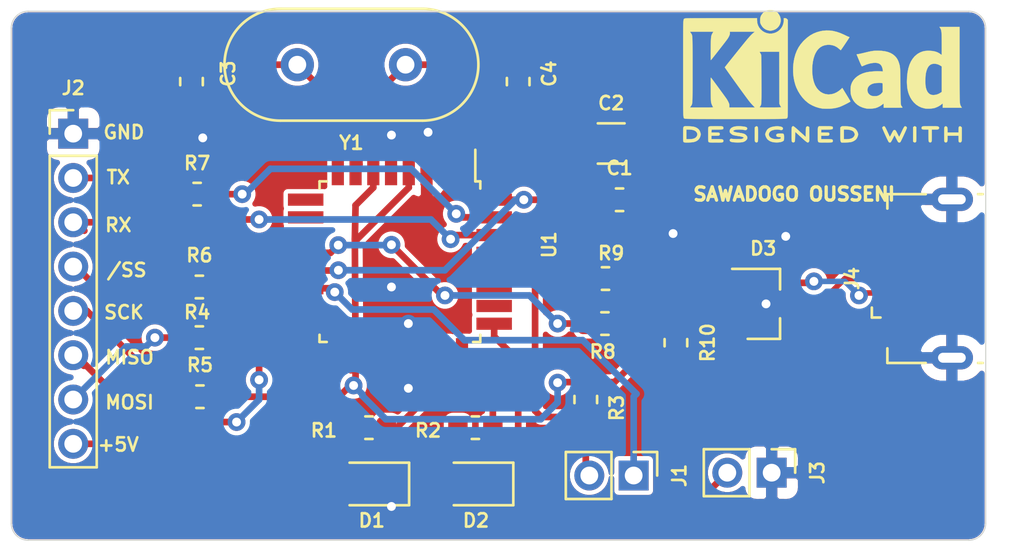
<source format=kicad_pcb>
(kicad_pcb (version 20171130) (host pcbnew "(5.1.5)-3")
  (layers (0 F.Cu signal) (31 B.Cu signal) (34 B.Paste user) (35 F.Paste user) (36 B.SilkS user) (37 F.SilkS user) (38 B.Mask user) (39 F.Mask user) (44 Edge.Cuts user))
  (net 0 "")
  (net 1 +5V)
  (net 2 GND)
  (net 3 "Net-(C3-Pad1)")
  (net 4 "Net-(C4-Pad1)")
  (net 5 "Net-(D1-Pad2)")
  (net 6 "Net-(D2-Pad2)")
  (net 7 "Net-(D3-Pad1)")
  (net 8 "Net-(J1-Pad2)")
  (net 9 "Net-(J1-Pad1)")
  (net 10 "Net-(J2-Pad7)")
  (net 11 MISO)
  (net 12 "Net-(J2-Pad5)")
  (net 13 "Net-(J2-Pad4)")
  (net 14 RXD)
  (net 15 "Net-(J3-Pad2)")
  (net 16 PC0)
  (net 17 PC1)
  (net 18 MOSI)
  (net 19 SCK)
  (net 20 TXD)
  (net 21 D-)
  (net 22 D+)
  (net 23 "Net-(J2-Pad2)")
  (net 24 "Net-(D3-Pad2)")
  (module Crystal:Crystal_HC49-4H_Vertical (layer F.Cu) (at 123.19 60.96 180)
    (fp_text reference Y1 (at 2.44 -3.525) (layer F.SilkS) (effects (font (size 0.6 0.6) (thickness 0.12))))
    (fp_text value 12Mhz)
    (pad 2 thru_hole circle (at 4.88 0 180) (size 1.5 1.5) (drill 0.8) (layers *.Cu *.Mask) (net 3 "Net-(C3-Pad1)"))
    (pad 1 thru_hole circle (at 0 0 180) (size 1.5 1.5) (drill 0.8) (layers *.Cu *.Mask) (net 4 "Net-(C4-Pad1)"))
  )
  (module Symbol:KiCad-Logo2_5mm_SilkScreen (layer F.Cu) (at 141.986 61.468)
    (fp_text reference REF** hide)
    (fp_text value KiCad-Logo2_5mm_SilkScreen hide)
  )
  (module Connector_USB:USB_Micro-B_GCT_USB3076-30-A (layer F.Cu) (at 146.628 70.612 90)
    (fp_text reference J4 (at 0 -3.3 90) (layer F.SilkS) (effects (font (size 0.6 0.6) (thickness 0.12))))
    (fp_text value USB_B_Mini)
    (pad 6 smd rect (at -2.32 -1.03 90) (size 1.15 1.45) (layers F.Cu F.Paste F.Mask) (net 2 GND))
    (pad 6 smd rect (at 2.32 -1.03 90) (size 1.15 1.45) (layers F.Cu F.Paste F.Mask) (net 2 GND))
    (pad 6 thru_hole oval (at 3.575 1.2 90) (size 1.05 1.9) (drill oval 0.45 1.25) (layers *.Cu *.Mask) (net 2 GND))
    (pad 6 thru_hole oval (at -3.575 1.2 270) (size 1.05 1.9) (drill oval 0.45 1.25) (layers *.Cu *.Mask) (net 2 GND))
    (pad 6 smd rect (at -1.125 1.2 90) (size 1.75 1.9) (layers F.Cu F.Paste F.Mask) (net 2 GND))
    (pad 3 smd rect (at 0 -1.45 90) (size 0.4 1.4) (layers F.Cu F.Paste F.Mask) (net 24 "Net-(D3-Pad2)"))
    (pad 4 smd rect (at 0.65 -1.45 90) (size 0.4 1.4) (layers F.Cu F.Paste F.Mask))
    (pad 5 smd rect (at 1.3 -1.45 90) (size 0.4 1.4) (layers F.Cu F.Paste F.Mask) (net 2 GND))
    (pad 1 smd rect (at -1.3 -1.45 90) (size 0.4 1.4) (layers F.Cu F.Paste F.Mask) (net 1 +5V))
    (pad 2 smd rect (at -0.65 -1.45 90) (size 0.4 1.4) (layers F.Cu F.Paste F.Mask) (net 7 "Net-(D3-Pad1)"))
    (pad 6 smd rect (at 1.125 1.2 90) (size 1.75 1.9) (layers F.Cu F.Paste F.Mask) (net 2 GND))
  )
  (module Package_QFP:TQFP-32_7x7mm_P0.8mm (layer F.Cu) (at 122.936 69.85 270)
    (fp_text reference U1 (at -0.762 -6.731 90) (layer F.SilkS) (effects (font (size 0.6 0.6) (thickness 0.12))))
    (fp_text value ATmega8-16AU)
    (pad 32 smd rect (at -2.8 -4.25) (size 1.6 0.55) (layers F.Cu F.Paste F.Mask) (net 22 D+))
    (pad 31 smd rect (at -2 -4.25) (size 1.6 0.55) (layers F.Cu F.Paste F.Mask) (net 20 TXD))
    (pad 30 smd rect (at -1.2 -4.25) (size 1.6 0.55) (layers F.Cu F.Paste F.Mask) (net 14 RXD))
    (pad 29 smd rect (at -0.4 -4.25) (size 1.6 0.55) (layers F.Cu F.Paste F.Mask) (net 8 "Net-(J1-Pad2)"))
    (pad 28 smd rect (at 0.4 -4.25) (size 1.6 0.55) (layers F.Cu F.Paste F.Mask))
    (pad 27 smd rect (at 1.2 -4.25) (size 1.6 0.55) (layers F.Cu F.Paste F.Mask))
    (pad 26 smd rect (at 2 -4.25) (size 1.6 0.55) (layers F.Cu F.Paste F.Mask))
    (pad 25 smd rect (at 2.8 -4.25) (size 1.6 0.55) (layers F.Cu F.Paste F.Mask) (net 15 "Net-(J3-Pad2)"))
    (pad 24 smd rect (at 4.25 -2.8 270) (size 1.6 0.55) (layers F.Cu F.Paste F.Mask) (net 17 PC1))
    (pad 23 smd rect (at 4.25 -2 270) (size 1.6 0.55) (layers F.Cu F.Paste F.Mask) (net 16 PC0))
    (pad 22 smd rect (at 4.25 -1.2 270) (size 1.6 0.55) (layers F.Cu F.Paste F.Mask))
    (pad 21 smd rect (at 4.25 -0.4 270) (size 1.6 0.55) (layers F.Cu F.Paste F.Mask) (net 2 GND))
    (pad 20 smd rect (at 4.25 0.4 270) (size 1.6 0.55) (layers F.Cu F.Paste F.Mask))
    (pad 19 smd rect (at 4.25 1.2 270) (size 1.6 0.55) (layers F.Cu F.Paste F.Mask))
    (pad 18 smd rect (at 4.25 2 270) (size 1.6 0.55) (layers F.Cu F.Paste F.Mask) (net 1 +5V))
    (pad 17 smd rect (at 4.25 2.8 270) (size 1.6 0.55) (layers F.Cu F.Paste F.Mask) (net 19 SCK))
    (pad 16 smd rect (at 2.8 4.25) (size 1.6 0.55) (layers F.Cu F.Paste F.Mask) (net 11 MISO))
    (pad 15 smd rect (at 2 4.25) (size 1.6 0.55) (layers F.Cu F.Paste F.Mask) (net 18 MOSI))
    (pad 14 smd rect (at 1.2 4.25) (size 1.6 0.55) (layers F.Cu F.Paste F.Mask) (net 9 "Net-(J1-Pad1)"))
    (pad 13 smd rect (at 0.4 4.25) (size 1.6 0.55) (layers F.Cu F.Paste F.Mask) (net 22 D+))
    (pad 12 smd rect (at -0.4 4.25) (size 1.6 0.55) (layers F.Cu F.Paste F.Mask) (net 21 D-))
    (pad 11 smd rect (at -1.2 4.25) (size 1.6 0.55) (layers F.Cu F.Paste F.Mask))
    (pad 10 smd rect (at -2 4.25) (size 1.6 0.55) (layers F.Cu F.Paste F.Mask))
    (pad 9 smd rect (at -2.8 4.25) (size 1.6 0.55) (layers F.Cu F.Paste F.Mask))
    (pad 8 smd rect (at -4.25 2.8 270) (size 1.6 0.55) (layers F.Cu F.Paste F.Mask) (net 3 "Net-(C3-Pad1)"))
    (pad 7 smd rect (at -4.25 2 270) (size 1.6 0.55) (layers F.Cu F.Paste F.Mask) (net 4 "Net-(C4-Pad1)"))
    (pad 6 smd rect (at -4.25 1.2 270) (size 1.6 0.55) (layers F.Cu F.Paste F.Mask) (net 1 +5V))
    (pad 5 smd rect (at -4.25 0.4 270) (size 1.6 0.55) (layers F.Cu F.Paste F.Mask) (net 2 GND))
    (pad 4 smd rect (at -4.25 -0.4 270) (size 1.6 0.55) (layers F.Cu F.Paste F.Mask) (net 1 +5V))
    (pad 3 smd rect (at -4.25 -1.2 270) (size 1.6 0.55) (layers F.Cu F.Paste F.Mask) (net 2 GND))
    (pad 2 smd rect (at -4.25 -2 270) (size 1.6 0.55) (layers F.Cu F.Paste F.Mask))
    (pad 1 smd rect (at -4.25 -2.8 270) (size 1.6 0.55) (layers F.Cu F.Paste F.Mask))
  )
  (module Resistor_SMD:R_0603_1608Metric (layer F.Cu) (at 132.207 70.612)
    (fp_text reference R9 (at 0.254 -1.143) (layer F.SilkS) (effects (font (size 0.6 0.6) (thickness 0.12))))
    (fp_text value 68)
    (pad 2 smd roundrect (at 0.7875 0) (size 0.875 0.95) (layers F.Cu F.Paste F.Mask) (net 7 "Net-(D3-Pad1)"))
    (pad 1 smd roundrect (at -0.7875 0) (size 0.875 0.95) (layers F.Cu F.Paste F.Mask) (net 22 D+))
  )
  (module Resistor_SMD:R_0603_1608Metric (layer F.Cu) (at 132.1815 72.644)
    (fp_text reference R8 (at -0.1015 1.27) (layer F.SilkS) (effects (font (size 0.6 0.6) (thickness 0.12))))
    (fp_text value 68)
    (pad 2 smd roundrect (at 0.7875 0) (size 0.875 0.95) (layers F.Cu F.Paste F.Mask) (net 24 "Net-(D3-Pad2)"))
    (pad 1 smd roundrect (at -0.7875 0) (size 0.875 0.95) (layers F.Cu F.Paste F.Mask) (net 21 D-))
  )
  (module Resistor_SMD:R_0603_1608Metric (layer F.Cu) (at 113.792 66.802)
    (fp_text reference R7 (at 0 -1.397) (layer F.SilkS) (effects (font (size 0.6 0.6) (thickness 0.12))))
    (fp_text value 270)
    (pad 2 smd roundrect (at 0.7875 0) (size 0.875 0.95) (layers F.Cu F.Paste F.Mask) (net 20 TXD))
    (pad 1 smd roundrect (at -0.7875 0) (size 0.875 0.95) (layers F.Cu F.Paste F.Mask) (net 23 "Net-(J2-Pad2)"))
  )
  (module Resistor_SMD:R_0603_1608Metric (layer F.Cu) (at 113.8935 70.993)
    (fp_text reference R6 (at 0 -1.43) (layer F.SilkS) (effects (font (size 0.6 0.6) (thickness 0.12))))
    (fp_text value 270)
    (pad 2 smd roundrect (at 0.7875 0) (size 0.875 0.95) (layers F.Cu F.Paste F.Mask) (net 9 "Net-(J1-Pad1)"))
    (pad 1 smd roundrect (at -0.7875 0) (size 0.875 0.95) (layers F.Cu F.Paste F.Mask) (net 13 "Net-(J2-Pad4)"))
  )
  (module Resistor_SMD:R_0603_1608Metric (layer F.Cu) (at 113.919 75.946)
    (fp_text reference R5 (at 0 -1.43) (layer F.SilkS) (effects (font (size 0.6 0.6) (thickness 0.12))))
    (fp_text value 270)
    (pad 2 smd roundrect (at 0.7875 0) (size 0.875 0.95) (layers F.Cu F.Paste F.Mask) (net 19 SCK))
    (pad 1 smd roundrect (at -0.7875 0) (size 0.875 0.95) (layers F.Cu F.Paste F.Mask) (net 12 "Net-(J2-Pad5)"))
  )
  (module Resistor_SMD:R_0603_1608Metric (layer F.Cu) (at 113.8935 73.279)
    (fp_text reference R4 (at -0.1015 -1.143) (layer F.SilkS) (effects (font (size 0.6 0.6) (thickness 0.12))))
    (fp_text value 270)
    (pad 2 smd roundrect (at 0.7875 0) (size 0.875 0.95) (layers F.Cu F.Paste F.Mask) (net 18 MOSI))
    (pad 1 smd roundrect (at -0.7875 0) (size 0.875 0.95) (layers F.Cu F.Paste F.Mask) (net 10 "Net-(J2-Pad7)"))
  )
  (module Resistor_SMD:R_0603_1608Metric (layer F.Cu) (at 131.318 76.073 270)
    (fp_text reference R3 (at 0.381 -1.397 90) (layer F.SilkS) (effects (font (size 0.6 0.6) (thickness 0.12))))
    (fp_text value R)
    (pad 2 smd roundrect (at 0.7875 0 270) (size 0.875 0.95) (layers F.Cu F.Paste F.Mask) (net 8 "Net-(J1-Pad2)"))
    (pad 1 smd roundrect (at -0.7875 0 270) (size 0.875 0.95) (layers F.Cu F.Paste F.Mask) (net 1 +5V))
  )
  (module Resistor_SMD:R_0603_1608Metric (layer F.Cu) (at 126.3395 77.343)
    (fp_text reference R2 (at -2.1335 0.127) (layer F.SilkS) (effects (font (size 0.6 0.6) (thickness 0.12))))
    (fp_text value 1K)
    (pad 2 smd roundrect (at 0.7875 0) (size 0.875 0.95) (layers F.Cu F.Paste F.Mask) (net 17 PC1))
    (pad 1 smd roundrect (at -0.7875 0) (size 0.875 0.95) (layers F.Cu F.Paste F.Mask) (net 6 "Net-(D2-Pad2)"))
  )
  (module Resistor_SMD:R_0603_1608Metric (layer F.Cu) (at 121.539 77.343)
    (fp_text reference R1 (at -2.032 0.127) (layer F.SilkS) (effects (font (size 0.6 0.6) (thickness 0.12))))
    (fp_text value 1K)
    (pad 2 smd roundrect (at 0.7875 0) (size 0.875 0.95) (layers F.Cu F.Paste F.Mask) (net 16 PC0))
    (pad 1 smd roundrect (at -0.7875 0) (size 0.875 0.95) (layers F.Cu F.Paste F.Mask) (net 5 "Net-(D1-Pad2)"))
  )
  (module Connector_PinHeader_2.00mm:PinHeader_1x02_P2.00mm_Vertical (layer F.Cu) (at 139.7 79.375 270)
    (fp_text reference J3 (at 0 -2.06 90) (layer F.SilkS) (effects (font (size 0.6 0.6) (thickness 0.12))))
    (fp_text value Conn_01x02_Male)
    (pad 2 thru_hole oval (at 0 2 270) (size 1.35 1.35) (drill 0.8) (layers *.Cu *.Mask) (net 15 "Net-(J3-Pad2)"))
    (pad 1 thru_hole rect (at 0 0 270) (size 1.35 1.35) (drill 0.8) (layers *.Cu *.Mask) (net 2 GND))
  )
  (module Connector_PinHeader_2.00mm:PinHeader_1x08_P2.00mm_Vertical (layer F.Cu) (at 108.204 64.072)
    (fp_text reference J2 (at 0 -2.06) (layer F.SilkS) (effects (font (size 0.6 0.6) (thickness 0.12))))
    (fp_text value Conn_01x08_Male)
    (pad 8 thru_hole oval (at 0 14) (size 1.35 1.35) (drill 0.8) (layers *.Cu *.Mask) (net 1 +5V))
    (pad 7 thru_hole oval (at 0 12) (size 1.35 1.35) (drill 0.8) (layers *.Cu *.Mask) (net 10 "Net-(J2-Pad7)"))
    (pad 6 thru_hole oval (at 0 10) (size 1.35 1.35) (drill 0.8) (layers *.Cu *.Mask) (net 11 MISO))
    (pad 5 thru_hole oval (at 0 8) (size 1.35 1.35) (drill 0.8) (layers *.Cu *.Mask) (net 12 "Net-(J2-Pad5)"))
    (pad 4 thru_hole oval (at 0 6) (size 1.35 1.35) (drill 0.8) (layers *.Cu *.Mask) (net 13 "Net-(J2-Pad4)"))
    (pad 3 thru_hole oval (at 0 4) (size 1.35 1.35) (drill 0.8) (layers *.Cu *.Mask) (net 14 RXD))
    (pad 2 thru_hole oval (at 0 2) (size 1.35 1.35) (drill 0.8) (layers *.Cu *.Mask) (net 23 "Net-(J2-Pad2)"))
    (pad 1 thru_hole rect (at 0 0) (size 1.35 1.35) (drill 0.8) (layers *.Cu *.Mask) (net 2 GND))
  )
  (module Connector_PinHeader_2.00mm:PinHeader_1x02_P2.00mm_Vertical (layer F.Cu) (at 133.477 79.502 270)
    (fp_text reference J1 (at 0 -2.06 90) (layer F.SilkS) (effects (font (size 0.6 0.6) (thickness 0.12))))
    (fp_text value Conn_01x02_Male)
    (pad 2 thru_hole oval (at 0 2 270) (size 1.35 1.35) (drill 0.8) (layers *.Cu *.Mask) (net 8 "Net-(J1-Pad2)"))
    (pad 1 thru_hole rect (at 0 0 270) (size 1.35 1.35) (drill 0.8) (layers *.Cu *.Mask) (net 9 "Net-(J1-Pad1)"))
  )
  (module Package_TO_SOT_SMD:SOT-23 (layer F.Cu) (at 139.319 71.755)
    (fp_text reference D3 (at 0 -2.5) (layer F.SilkS) (effects (font (size 0.6 0.6) (thickness 0.12))))
    (fp_text value SP0502BAHT)
    (pad 3 smd rect (at 1 0) (size 0.9 0.8) (layers F.Cu F.Paste F.Mask) (net 2 GND))
    (pad 2 smd rect (at -1 0.95) (size 0.9 0.8) (layers F.Cu F.Paste F.Mask) (net 24 "Net-(D3-Pad2)"))
    (pad 1 smd rect (at -1 -0.95) (size 0.9 0.8) (layers F.Cu F.Paste F.Mask) (net 7 "Net-(D3-Pad1)"))
  )
  (module LED_SMD:LED_0805_2012Metric (layer F.Cu) (at 126.365 79.883 180)
    (fp_text reference D2 (at 0 -1.65) (layer F.SilkS) (effects (font (size 0.6 0.6) (thickness 0.12))))
    (fp_text value RED)
    (pad 2 smd roundrect (at 0.9375 0 180) (size 0.975 1.4) (layers F.Cu F.Paste F.Mask) (net 6 "Net-(D2-Pad2)"))
    (pad 1 smd roundrect (at -0.9375 0 180) (size 0.975 1.4) (layers F.Cu F.Paste F.Mask) (net 2 GND))
  )
  (module LED_SMD:LED_0805_2012Metric (layer F.Cu) (at 121.666 79.883 180)
    (fp_text reference D1 (at 0 -1.65) (layer F.SilkS) (effects (font (size 0.6 0.6) (thickness 0.12))))
    (fp_text value GREEN)
    (pad 2 smd roundrect (at 0.9375 0 180) (size 0.975 1.4) (layers F.Cu F.Paste F.Mask) (net 5 "Net-(D1-Pad2)"))
    (pad 1 smd roundrect (at -0.9375 0 180) (size 0.975 1.4) (layers F.Cu F.Paste F.Mask) (net 2 GND))
  )
  (module Capacitor_SMD:C_0603_1608Metric (layer F.Cu) (at 128.27 61.722 270)
    (fp_text reference C4 (at -0.3555 -1.397 90) (layer F.SilkS) (effects (font (size 0.6 0.6) (thickness 0.12))))
    (fp_text value 22pf)
    (pad 2 smd roundrect (at 0.7875 0 270) (size 0.875 0.95) (layers F.Cu F.Paste F.Mask) (net 2 GND))
    (pad 1 smd roundrect (at -0.7875 0 270) (size 0.875 0.95) (layers F.Cu F.Paste F.Mask) (net 4 "Net-(C4-Pad1)"))
  )
  (module Capacitor_SMD:C_0603_1608Metric (layer F.Cu) (at 113.538 61.722 270)
    (fp_text reference C3 (at -0.3555 -1.651 90) (layer F.SilkS) (effects (font (size 0.6 0.6) (thickness 0.12))))
    (fp_text value 22pf)
    (pad 2 smd roundrect (at 0.7875 0 270) (size 0.875 0.95) (layers F.Cu F.Paste F.Mask) (net 2 GND))
    (pad 1 smd roundrect (at -0.7875 0 270) (size 0.875 0.95) (layers F.Cu F.Paste F.Mask) (net 3 "Net-(C3-Pad1)"))
  )
  (module Capacitor_SMD:C_1206_3216Metric (layer F.Cu) (at 132.464 64.516)
    (fp_text reference C2 (at 0 -1.82) (layer F.SilkS) (effects (font (size 0.6 0.6) (thickness 0.12))))
    (fp_text value 4.7u)
    (pad 2 smd roundrect (at 1.4 0) (size 1.25 1.75) (layers F.Cu F.Paste F.Mask) (roundrect_rratio 0.2) (net 2 GND))
    (pad 1 smd roundrect (at -1.4 0) (size 1.25 1.75) (layers F.Cu F.Paste F.Mask) (roundrect_rratio 0.2) (net 1 +5V))
  )
  (module Capacitor_SMD:C_0603_1608Metric (layer F.Cu) (at 132.842 67.056)
    (fp_text reference C1 (at 0 -1.43) (layer F.SilkS) (effects (font (size 0.6 0.6) (thickness 0.12))))
    (fp_text value 100n)
    (pad 2 smd roundrect (at 0.7875 0) (size 0.875 0.95) (layers F.Cu F.Paste F.Mask) (net 2 GND))
    (pad 1 smd roundrect (at -0.7875 0) (size 0.875 0.95) (layers F.Cu F.Paste F.Mask) (net 1 +5V))
  )
  (module Resistor_SMD:R_0603_1608Metric (layer F.Cu) (at 135.382 73.5075 270)
    (fp_text reference R10 (at 0 -1.43 90) (layer F.SilkS) (effects (font (size 0.6 0.6) (thickness 0.12))))
    (fp_text value 2K2)
    (pad 2 smd roundrect (at 0.7875 0 270) (size 0.875 0.95) (layers F.Cu F.Paste F.Mask) (net 1 +5V))
    (pad 1 smd roundrect (at -0.7875 0 270) (size 0.875 0.95) (layers F.Cu F.Paste F.Mask) (net 24 "Net-(D3-Pad2)"))
  )
  (gr_text "SAWADOGO OUSSENI" (at 140.716 66.802) (layer F.SilkS) (effects (font (size 0.6 0.6))))
  (gr_text +5V (at 110.236 78.105) (layer F.SilkS) (effects (font (size 0.6 0.6) (thickness 0.12))))
  (gr_text MOSI (at 110.744 76.2) (layer F.SilkS) (effects (font (size 0.6 0.6) (thickness 0.12))))
  (gr_text MISO (at 110.744 74.168) (layer F.SilkS) (effects (font (size 0.6 0.6) (thickness 0.12))))
  (gr_text SCK (at 110.49 72.136) (layer F.SilkS) (effects (font (size 0.6 0.6) (thickness 0.12))))
  (gr_text /SS (at 110.617 70.231) (layer F.SilkS) (effects (font (size 0.6 0.6) (thickness 0.12))))
  (gr_text RX (at 110.236 68.199) (layer F.SilkS) (effects (font (size 0.6 0.6) (thickness 0.12))))
  (gr_text TX (at 110.236 66.04) (layer F.SilkS) (effects (font (size 0.6 0.6) (thickness 0.12))))
  (gr_text GND (at 110.49 64.008) (layer F.SilkS) (effects (font (size 0.6 0.6) (thickness 0.12))))
  (gr_arc (start 106.172 81.661) (end 105.41 81.661) (angle -90) (layer Edge.Cuts) (width 0.05))
  (gr_arc (start 106.172 59.309) (end 106.172 58.547) (angle -90) (layer Edge.Cuts) (width 0.05))
  (gr_arc (start 148.59 59.309) (end 149.352 59.309) (angle -90) (layer Edge.Cuts) (width 0.05))
  (gr_arc (start 148.59 81.661) (end 148.59 82.423) (angle -90) (layer Edge.Cuts) (width 0.05))
  (gr_line (start 105.41 81.661) (end 105.41 59.309) (layer Edge.Cuts) (width 0.05))
  (gr_line (start 148.59 82.423) (end 106.172 82.423) (layer Edge.Cuts) (width 0.05))
  (gr_line (start 149.352 59.309) (end 149.352 81.661) (layer Edge.Cuts) (width 0.05))
  (gr_line (start 106.172 58.547) (end 148.59 58.547) (layer Edge.Cuts) (width 0.05))
  (segment (start 120.936 74.1) (end 120.936 75.2) (width 0.3) (layer F.Cu) (net 1))
  (segment (start 118.064 78.072) (end 108.32501 78.072) (width 0.3) (layer F.Cu) (net 1))
  (segment (start 120.936 75.2) (end 118.064 78.072) (width 0.3) (layer F.Cu) (net 1))
  (segment (start 121.736 66.505002) (end 121.736 65.6) (width 0.3) (layer F.Cu) (net 1))
  (segment (start 120.936 67.305002) (end 121.736 66.505002) (width 0.3) (layer F.Cu) (net 1))
  (segment (start 121.007002 68.834) (end 120.904 68.834) (width 0.3) (layer F.Cu) (net 1))
  (segment (start 123.336 66.505002) (end 121.007002 68.834) (width 0.3) (layer F.Cu) (net 1))
  (segment (start 123.336 65.6) (end 123.336 66.505002) (width 0.3) (layer F.Cu) (net 1))
  (segment (start 120.936 74.1) (end 120.904 68.834) (width 0.3) (layer F.Cu) (net 1))
  (segment (start 120.904 68.834) (end 120.936 67.305002) (width 0.3) (layer F.Cu) (net 1))
  (segment (start 131.318 75.2855) (end 132.6135 75.2855) (width 0.3) (layer F.Cu) (net 1))
  (segment (start 133.604 74.295) (end 135.382 74.295) (width 0.3) (layer F.Cu) (net 1))
  (segment (start 132.6135 75.2855) (end 133.604 74.295) (width 0.3) (layer F.Cu) (net 1))
  (via (at 130.048 75.311) (size 0.8) (drill 0.4) (layers F.Cu B.Cu) (net 1))
  (via (at 120.847273 75.437889) (size 0.8) (drill 0.4) (layers F.Cu B.Cu) (net 1))
  (segment (start 130.0735 75.2855) (end 130.048 75.311) (width 0.3) (layer F.Cu) (net 1))
  (segment (start 131.318 75.2855) (end 130.0735 75.2855) (width 0.3) (layer F.Cu) (net 1))
  (segment (start 121.247272 75.837888) (end 121.247272 75.908272) (width 0.3) (layer B.Cu) (net 1))
  (segment (start 120.847273 75.437889) (end 121.247272 75.837888) (width 0.3) (layer B.Cu) (net 1))
  (segment (start 121.247272 75.908272) (end 122.301 76.962) (width 0.3) (layer B.Cu) (net 1))
  (segment (start 122.301 76.962) (end 129.286 76.962) (width 0.3) (layer B.Cu) (net 1))
  (segment (start 130.048 76.2) (end 130.048 75.311) (width 0.3) (layer B.Cu) (net 1))
  (segment (start 129.286 76.962) (end 130.048 76.2) (width 0.3) (layer B.Cu) (net 1))
  (segment (start 135.857 74.295) (end 135.382 74.295) (width 0.25) (layer F.Cu) (net 1))
  (segment (start 141.845 74.295) (end 135.857 74.295) (width 0.25) (layer F.Cu) (net 1))
  (segment (start 144.228 71.912) (end 141.845 74.295) (width 0.25) (layer F.Cu) (net 1))
  (segment (start 145.178 71.912) (end 144.228 71.912) (width 0.25) (layer F.Cu) (net 1))
  (segment (start 132.0545 64.8815) (end 132.0545 66.581) (width 0.3) (layer F.Cu) (net 1))
  (segment (start 131.689 64.516) (end 132.0545 64.8815) (width 0.3) (layer F.Cu) (net 1))
  (segment (start 132.0545 66.581) (end 132.0545 67.056) (width 0.3) (layer F.Cu) (net 1))
  (segment (start 131.064 64.516) (end 131.689 64.516) (width 0.3) (layer F.Cu) (net 1))
  (segment (start 130.439 64.516) (end 129.677 63.754) (width 0.3) (layer F.Cu) (net 1))
  (segment (start 131.064 64.516) (end 130.439 64.516) (width 0.3) (layer F.Cu) (net 1))
  (segment (start 123.336 64.5) (end 123.336 65.6) (width 0.3) (layer F.Cu) (net 1))
  (segment (start 123.336 63.767998) (end 123.336 64.5) (width 0.3) (layer F.Cu) (net 1))
  (segment (start 124.566001 63.257999) (end 123.845999 63.257999) (width 0.3) (layer F.Cu) (net 1))
  (segment (start 125.062002 63.754) (end 124.566001 63.257999) (width 0.3) (layer F.Cu) (net 1))
  (segment (start 123.845999 63.257999) (end 123.336 63.767998) (width 0.3) (layer F.Cu) (net 1))
  (segment (start 129.677 63.754) (end 125.062002 63.754) (width 0.3) (layer F.Cu) (net 1))
  (via (at 139.446 71.755) (size 0.8) (drill 0.4) (layers F.Cu B.Cu) (net 2))
  (via (at 123.317 72.644) (size 0.8) (drill 0.4) (layers F.Cu B.Cu) (net 2))
  (via (at 122.555 80.899) (size 0.8) (drill 0.4) (layers F.Cu B.Cu) (net 2))
  (segment (start 123.336 72.663) (end 123.317 72.644) (width 0.3) (layer F.Cu) (net 2))
  (segment (start 123.336 74.1) (end 123.336 72.663) (width 0.3) (layer F.Cu) (net 2))
  (via (at 122.555 64.135) (size 0.8) (drill 0.4) (layers F.Cu B.Cu) (net 2))
  (via (at 124.206 64.008) (size 0.8) (drill 0.4) (layers F.Cu B.Cu) (net 2))
  (segment (start 124.136 64.078) (end 124.206 64.008) (width 0.3) (layer F.Cu) (net 2))
  (segment (start 124.136 65.6) (end 124.136 64.078) (width 0.3) (layer F.Cu) (net 2))
  (via (at 140.335 68.707) (size 0.8) (drill 0.4) (layers F.Cu B.Cu) (net 2))
  (via (at 135.255 68.58) (size 0.8) (drill 0.4) (layers F.Cu B.Cu) (net 2))
  (via (at 122.555 70.993) (size 0.8) (drill 0.4) (layers F.Cu B.Cu) (net 2))
  (segment (start 122.536 64.154) (end 122.555 64.135) (width 0.3) (layer F.Cu) (net 2))
  (segment (start 122.536 65.6) (end 122.536 64.154) (width 0.3) (layer F.Cu) (net 2))
  (via (at 114.046 64.262) (size 0.8) (drill 0.4) (layers F.Cu B.Cu) (net 2))
  (via (at 123.317 75.565) (size 0.8) (drill 0.4) (layers F.Cu B.Cu) (net 2))
  (segment (start 123.317 74.119) (end 123.336 74.1) (width 0.3) (layer F.Cu) (net 2))
  (segment (start 123.317 75.565) (end 123.317 74.119) (width 0.3) (layer F.Cu) (net 2))
  (segment (start 145.178 68.712) (end 145.598 68.292) (width 0.25) (layer F.Cu) (net 2))
  (segment (start 145.178 69.312) (end 145.178 68.712) (width 0.25) (layer F.Cu) (net 2))
  (segment (start 120.136 62.786) (end 118.31 60.96) (width 0.3) (layer F.Cu) (net 3))
  (segment (start 120.136 65.6) (end 120.136 62.786) (width 0.3) (layer F.Cu) (net 3))
  (segment (start 113.5635 60.96) (end 113.538 60.9345) (width 0.3) (layer F.Cu) (net 3))
  (segment (start 118.31 60.96) (end 113.5635 60.96) (width 0.3) (layer F.Cu) (net 3))
  (segment (start 122.440001 61.709999) (end 123.19 60.96) (width 0.3) (layer F.Cu) (net 4))
  (segment (start 121.110999 65.461001) (end 121.110999 63.039001) (width 0.3) (layer F.Cu) (net 4))
  (segment (start 120.972 65.6) (end 121.110999 65.461001) (width 0.3) (layer F.Cu) (net 4))
  (segment (start 121.110999 63.039001) (end 122.440001 61.709999) (width 0.3) (layer F.Cu) (net 4))
  (segment (start 120.936 65.6) (end 120.972 65.6) (width 0.3) (layer F.Cu) (net 4))
  (segment (start 128.2445 60.96) (end 128.27 60.9345) (width 0.3) (layer F.Cu) (net 4))
  (segment (start 123.19 60.96) (end 128.2445 60.96) (width 0.3) (layer F.Cu) (net 4))
  (segment (start 120.7285 77.366) (end 120.7515 77.343) (width 0.3) (layer F.Cu) (net 5))
  (segment (start 120.7285 79.883) (end 120.7285 77.366) (width 0.3) (layer F.Cu) (net 5))
  (segment (start 125.4275 77.4675) (end 125.552 77.343) (width 0.3) (layer F.Cu) (net 6))
  (segment (start 125.4275 79.883) (end 125.4275 77.4675) (width 0.3) (layer F.Cu) (net 6))
  (segment (start 138.126 70.612) (end 138.319 70.805) (width 0.3) (layer F.Cu) (net 7))
  (segment (start 132.893 70.612) (end 138.126 70.612) (width 0.3) (layer F.Cu) (net 7))
  (via (at 141.605 70.739) (size 0.8) (drill 0.4) (layers F.Cu B.Cu) (net 7))
  (via (at 143.637 71.374) (size 0.8) (drill 0.4) (layers F.Cu B.Cu) (net 7))
  (segment (start 141.539 70.805) (end 141.605 70.739) (width 0.3) (layer F.Cu) (net 7))
  (segment (start 138.319 70.805) (end 141.539 70.805) (width 0.3) (layer F.Cu) (net 7))
  (segment (start 143.749 71.262) (end 143.637 71.374) (width 0.25) (layer F.Cu) (net 7))
  (segment (start 145.178 71.262) (end 143.749 71.262) (width 0.25) (layer F.Cu) (net 7))
  (segment (start 143.002 70.739) (end 143.637 71.374) (width 0.25) (layer B.Cu) (net 7))
  (segment (start 141.605 70.739) (end 143.002 70.739) (width 0.25) (layer B.Cu) (net 7))
  (segment (start 128.286 69.45) (end 129.032 70.196) (width 0.3) (layer F.Cu) (net 8))
  (segment (start 127.186 69.45) (end 128.286 69.45) (width 0.3) (layer F.Cu) (net 8))
  (segment (start 131.318 79.343) (end 131.477 79.502) (width 0.3) (layer F.Cu) (net 8))
  (segment (start 131.318 76.8605) (end 131.318 79.343) (width 0.3) (layer F.Cu) (net 8))
  (segment (start 129.032 70.196) (end 129.032 76.581) (width 0.3) (layer F.Cu) (net 8))
  (segment (start 129.3115 76.8605) (end 131.318 76.8605) (width 0.3) (layer F.Cu) (net 8))
  (segment (start 129.032 76.581) (end 129.3115 76.8605) (width 0.3) (layer F.Cu) (net 8))
  (segment (start 114.738 71.05) (end 114.681 70.993) (width 0.3) (layer F.Cu) (net 9))
  (segment (start 118.686 71.05) (end 114.738 71.05) (width 0.3) (layer F.Cu) (net 9))
  (via (at 119.997832 71.222832) (size 0.8) (drill 0.4) (layers F.Cu B.Cu) (net 9))
  (segment (start 118.686 71.05) (end 119.825 71.05) (width 0.3) (layer F.Cu) (net 9))
  (segment (start 119.825 71.05) (end 119.997832 71.222832) (width 0.3) (layer F.Cu) (net 9))
  (segment (start 119.997832 71.222832) (end 120.784 72.009) (width 0.3) (layer B.Cu) (net 9))
  (segment (start 120.784 72.009) (end 124.46 72.009) (width 0.3) (layer B.Cu) (net 9))
  (segment (start 125.845001 73.394001) (end 131.179001 73.394001) (width 0.3) (layer B.Cu) (net 9))
  (segment (start 124.46 72.009) (end 125.845001 73.394001) (width 0.3) (layer B.Cu) (net 9))
  (segment (start 131.179001 73.394001) (end 133.604 75.819) (width 0.3) (layer B.Cu) (net 9))
  (segment (start 133.477 75.946) (end 133.477 79.502) (width 0.3) (layer B.Cu) (net 9))
  (segment (start 133.604 75.819) (end 133.477 75.946) (width 0.3) (layer B.Cu) (net 9))
  (via (at 111.887 73.279) (size 0.8) (drill 0.4) (layers F.Cu B.Cu) (net 10))
  (segment (start 113.106 73.279) (end 111.887 73.279) (width 0.3) (layer F.Cu) (net 10))
  (segment (start 110.597001 73.678999) (end 108.32501 75.95099) (width 0.3) (layer B.Cu) (net 10))
  (segment (start 111.887 73.279) (end 111.487001 73.678999) (width 0.3) (layer B.Cu) (net 10))
  (segment (start 108.32501 75.95099) (end 108.32501 76.072) (width 0.3) (layer B.Cu) (net 10))
  (segment (start 111.487001 73.678999) (end 110.597001 73.678999) (width 0.3) (layer B.Cu) (net 10))
  (segment (start 108.32501 74.19301) (end 108.32501 74.072) (width 0.3) (layer F.Cu) (net 11))
  (segment (start 108.681 74.549) (end 108.32501 74.19301) (width 0.3) (layer F.Cu) (net 11))
  (via (at 116.586 75.184) (size 0.8) (drill 0.4) (layers F.Cu B.Cu) (net 11))
  (segment (start 116.586 73.65) (end 116.586 75.184) (width 0.3) (layer F.Cu) (net 11))
  (segment (start 118.686 72.65) (end 117.586 72.65) (width 0.3) (layer F.Cu) (net 11))
  (segment (start 117.586 72.65) (end 116.586 73.65) (width 0.3) (layer F.Cu) (net 11))
  (via (at 115.57 77.089) (size 0.8) (drill 0.4) (layers F.Cu B.Cu) (net 11))
  (segment (start 116.586 75.184) (end 116.586 76.073) (width 0.3) (layer B.Cu) (net 11))
  (segment (start 116.586 76.073) (end 115.57 77.089) (width 0.3) (layer B.Cu) (net 11))
  (segment (start 111.34201 77.089) (end 108.32501 74.072) (width 0.3) (layer F.Cu) (net 11))
  (segment (start 115.57 77.089) (end 111.34201 77.089) (width 0.3) (layer F.Cu) (net 11))
  (segment (start 108.82 72.072) (end 108.32501 72.072) (width 0.3) (layer F.Cu) (net 12))
  (segment (start 113.1315 75.946) (end 112.694 75.946) (width 0.3) (layer F.Cu) (net 12))
  (segment (start 112.694 75.946) (end 108.82 72.072) (width 0.3) (layer F.Cu) (net 12))
  (segment (start 109.24601 70.993) (end 108.32501 70.072) (width 0.3) (layer F.Cu) (net 13))
  (segment (start 113.106 70.993) (end 109.24601 70.993) (width 0.3) (layer F.Cu) (net 13))
  (segment (start 108.70601 68.453) (end 108.32501 68.072) (width 0.3) (layer F.Cu) (net 14))
  (via (at 125.222 68.834) (size 0.8) (drill 0.4) (layers F.Cu B.Cu) (net 14))
  (segment (start 127.186 68.65) (end 125.406 68.65) (width 0.3) (layer F.Cu) (net 14))
  (segment (start 125.406 68.65) (end 125.222 68.834) (width 0.3) (layer F.Cu) (net 14))
  (segment (start 125.222 68.834) (end 124.333 67.945) (width 0.3) (layer B.Cu) (net 14))
  (via (at 116.586 67.945) (size 0.8) (drill 0.4) (layers F.Cu B.Cu) (net 14))
  (segment (start 124.333 67.945) (end 116.586 67.945) (width 0.3) (layer B.Cu) (net 14))
  (segment (start 116.586 67.945) (end 115.57 67.945) (width 0.3) (layer F.Cu) (net 14))
  (segment (start 115.443 68.072) (end 108.32501 68.072) (width 0.3) (layer F.Cu) (net 14))
  (segment (start 115.57 67.945) (end 115.443 68.072) (width 0.3) (layer F.Cu) (net 14))
  (segment (start 128.905 79.629) (end 130.683 81.407) (width 0.3) (layer F.Cu) (net 15))
  (segment (start 135.668 81.407) (end 137.7 79.375) (width 0.3) (layer F.Cu) (net 15))
  (segment (start 130.683 81.407) (end 135.668 81.407) (width 0.3) (layer F.Cu) (net 15))
  (segment (start 127.186 73.225) (end 128.27 74.309) (width 0.3) (layer F.Cu) (net 15))
  (segment (start 127.186 72.65) (end 127.186 73.225) (width 0.3) (layer F.Cu) (net 15))
  (segment (start 128.27 74.309) (end 128.27 78.867) (width 0.3) (layer F.Cu) (net 15))
  (segment (start 128.27 78.867) (end 128.778 79.375) (width 0.3) (layer F.Cu) (net 15))
  (segment (start 128.778 79.375) (end 128.905 79.629) (width 0.3) (layer F.Cu) (net 15))
  (segment (start 124.936 75.2) (end 124.936 74.1) (width 0.3) (layer F.Cu) (net 16))
  (segment (start 122.793 77.343) (end 124.936 75.2) (width 0.3) (layer F.Cu) (net 16))
  (segment (start 122.3265 77.343) (end 122.793 77.343) (width 0.3) (layer F.Cu) (net 16))
  (segment (start 126.311 74.1) (end 125.736 74.1) (width 0.3) (layer F.Cu) (net 17))
  (segment (start 127.127 74.916) (end 126.311 74.1) (width 0.3) (layer F.Cu) (net 17))
  (segment (start 127.127 77.343) (end 127.127 74.916) (width 0.3) (layer F.Cu) (net 17))
  (segment (start 117.586 71.85) (end 118.686 71.85) (width 0.3) (layer F.Cu) (net 18))
  (segment (start 115.635 71.85) (end 117.586 71.85) (width 0.3) (layer F.Cu) (net 18))
  (segment (start 114.681 72.804) (end 115.635 71.85) (width 0.3) (layer F.Cu) (net 18))
  (segment (start 114.681 73.279) (end 114.681 72.804) (width 0.3) (layer F.Cu) (net 18))
  (segment (start 120.136 75.2) (end 120.136 74.1) (width 0.3) (layer F.Cu) (net 19))
  (segment (start 119.39 75.946) (end 120.136 75.2) (width 0.3) (layer F.Cu) (net 19))
  (segment (start 114.7065 75.946) (end 119.39 75.946) (width 0.3) (layer F.Cu) (net 19))
  (segment (start 127.186 67.85) (end 125.635 67.85) (width 0.3) (layer F.Cu) (net 20))
  (via (at 125.476 67.691) (size 0.8) (drill 0.4) (layers F.Cu B.Cu) (net 20))
  (segment (start 125.635 67.85) (end 125.476 67.691) (width 0.3) (layer F.Cu) (net 20))
  (segment (start 125.476 67.691) (end 123.444 65.659) (width 0.3) (layer B.Cu) (net 20))
  (segment (start 123.444 65.659) (end 117.094 65.659) (width 0.3) (layer B.Cu) (net 20))
  (via (at 115.824 66.802) (size 0.8) (drill 0.4) (layers F.Cu B.Cu) (net 20))
  (segment (start 117.094 65.659) (end 115.951 66.802) (width 0.3) (layer B.Cu) (net 20))
  (segment (start 115.951 66.802) (end 115.824 66.802) (width 0.3) (layer B.Cu) (net 20))
  (segment (start 115.824 66.802) (end 114.5795 66.802) (width 0.3) (layer F.Cu) (net 20))
  (via (at 120.155614 69.10186) (size 0.8) (drill 0.4) (layers F.Cu B.Cu) (net 21))
  (segment (start 118.686 69.45) (end 119.807474 69.45) (width 0.3) (layer F.Cu) (net 21))
  (segment (start 119.807474 69.45) (end 120.155614 69.10186) (width 0.3) (layer F.Cu) (net 21))
  (via (at 122.555 69.088) (size 0.8) (drill 0.4) (layers F.Cu B.Cu) (net 21))
  (segment (start 120.155614 69.10186) (end 122.54114 69.10186) (width 0.3) (layer B.Cu) (net 21))
  (segment (start 122.54114 69.10186) (end 122.555 69.088) (width 0.3) (layer B.Cu) (net 21))
  (via (at 124.968 71.374) (size 0.8) (drill 0.4) (layers F.Cu B.Cu) (net 21))
  (segment (start 122.555 69.088) (end 124.841 71.374) (width 0.3) (layer F.Cu) (net 21))
  (segment (start 124.841 71.374) (end 124.968 71.374) (width 0.3) (layer F.Cu) (net 21))
  (via (at 130.048 72.644) (size 0.8) (drill 0.4) (layers F.Cu B.Cu) (net 21))
  (segment (start 124.968 71.374) (end 128.778 71.374) (width 0.3) (layer B.Cu) (net 21))
  (segment (start 128.778 71.374) (end 130.048 72.644) (width 0.3) (layer B.Cu) (net 21))
  (segment (start 130.048 72.644) (end 131.394 72.644) (width 0.3) (layer F.Cu) (net 21))
  (via (at 120.162508 70.236482) (size 0.8) (drill 0.4) (layers F.Cu B.Cu) (net 22))
  (segment (start 118.686 70.25) (end 120.14899 70.25) (width 0.3) (layer F.Cu) (net 22))
  (segment (start 120.14899 70.25) (end 120.162508 70.236482) (width 0.3) (layer F.Cu) (net 22))
  (segment (start 120.162508 70.236482) (end 124.962518 70.236482) (width 0.3) (layer B.Cu) (net 22))
  (segment (start 124.962518 70.236482) (end 128.143 67.056) (width 0.3) (layer B.Cu) (net 22))
  (via (at 128.524 67.056) (size 0.8) (drill 0.4) (layers F.Cu B.Cu) (net 22))
  (segment (start 128.143 67.056) (end 128.524 67.056) (width 0.3) (layer B.Cu) (net 22))
  (segment (start 127.192 67.056) (end 127.186 67.05) (width 0.3) (layer F.Cu) (net 22))
  (segment (start 128.524 67.056) (end 127.192 67.056) (width 0.3) (layer F.Cu) (net 22))
  (segment (start 128.524 67.056) (end 129.667 67.056) (width 0.3) (layer F.Cu) (net 22))
  (segment (start 131.318 68.707) (end 131.318 70.612) (width 0.3) (layer F.Cu) (net 22))
  (segment (start 129.667 67.056) (end 131.318 68.707) (width 0.3) (layer F.Cu) (net 22))
  (segment (start 111.837 66.072) (end 108.32501 66.072) (width 0.3) (layer F.Cu) (net 23))
  (segment (start 113.0045 66.802) (end 112.567 66.802) (width 0.3) (layer F.Cu) (net 23))
  (segment (start 112.567 66.802) (end 111.837 66.072) (width 0.3) (layer F.Cu) (net 23))
  (segment (start 135.306 72.644) (end 135.382 72.72) (width 0.3) (layer F.Cu) (net 24))
  (segment (start 132.969 72.644) (end 135.306 72.644) (width 0.3) (layer F.Cu) (net 24))
  (segment (start 138.304 72.72) (end 138.319 72.705) (width 0.3) (layer F.Cu) (net 24))
  (segment (start 135.382 72.72) (end 138.304 72.72) (width 0.3) (layer F.Cu) (net 24))
  (segment (start 145.43588 70.739) (end 145.510879 70.664001) (width 0.3) (layer F.Cu) (net 24))
  (segment (start 138.319 72.705) (end 140.909 72.705) (width 0.25) (layer F.Cu) (net 24))
  (segment (start 143.002 70.612) (end 145.178 70.612) (width 0.25) (layer F.Cu) (net 24))
  (segment (start 140.909 72.705) (end 143.002 70.612) (width 0.25) (layer F.Cu) (net 24))
  (zone (net 2) (net_name GND) (layer F.Cu) (connect_pads (clearance 0.025)) (min_thickness 0.254) (fill yes (arc_segments 32) (thermal_gap 0.508) (thermal_bridge_width 0.508))
    (polygon (pts (xy 149.856447 82.447835) (xy 105.025447 82.574835) (xy 105.025447 58.063835) (xy 149.729447 58.444835)))
  )
  (zone (net 2) (net_name GND) (layer B.Cu) (connect_pads (clearance 0.025)) (min_thickness 0.254) (fill yes (arc_segments 32) (thermal_gap 0.508) (thermal_bridge_width 0.508))
    (polygon (pts (xy 149.86 82.55) (xy 104.902 82.423) (xy 104.902 58.039) (xy 149.733 58.039)))
  )
)
</source>
